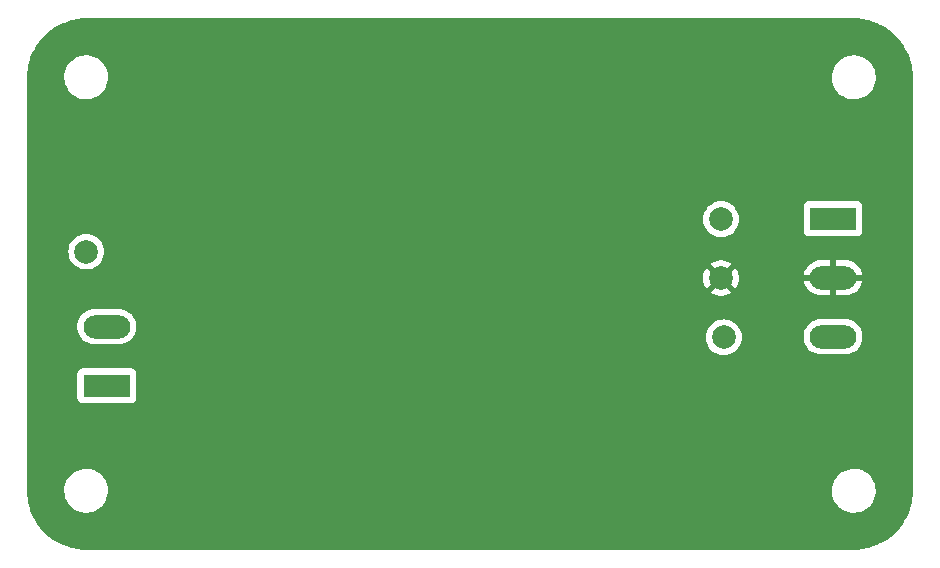
<source format=gbl>
%TF.GenerationSoftware,KiCad,Pcbnew,7.0.7*%
%TF.CreationDate,2023-08-30T15:56:39-04:00*%
%TF.ProjectId,RailSplitter,5261696c-5370-46c6-9974-7465722e6b69,rev?*%
%TF.SameCoordinates,Original*%
%TF.FileFunction,Copper,L2,Bot*%
%TF.FilePolarity,Positive*%
%FSLAX46Y46*%
G04 Gerber Fmt 4.6, Leading zero omitted, Abs format (unit mm)*
G04 Created by KiCad (PCBNEW 7.0.7) date 2023-08-30 15:56:39*
%MOMM*%
%LPD*%
G01*
G04 APERTURE LIST*
%TA.AperFunction,ComponentPad*%
%ADD10C,2.000000*%
%TD*%
%TA.AperFunction,ComponentPad*%
%ADD11R,3.960000X1.980000*%
%TD*%
%TA.AperFunction,ComponentPad*%
%ADD12O,3.960000X1.980000*%
%TD*%
%TA.AperFunction,ViaPad*%
%ADD13C,0.800000*%
%TD*%
G04 APERTURE END LIST*
D10*
%TO.P,TP4,1,1*%
%TO.N,VEE*%
X154000000Y-122000000D03*
%TD*%
D11*
%TO.P,J1,1,Pin_1*%
%TO.N,VEE*%
X101750000Y-126100000D03*
D12*
%TO.P,J1,2,Pin_2*%
%TO.N,/PWRIN*%
X101750000Y-121100000D03*
%TD*%
D10*
%TO.P,TP2,1,1*%
%TO.N,VCC*%
X153750000Y-112000000D03*
%TD*%
D11*
%TO.P,J2,1,Pin_1*%
%TO.N,VCC*%
X163240000Y-111955000D03*
D12*
%TO.P,J2,2,Pin_2*%
%TO.N,GND*%
X163240000Y-116955000D03*
%TO.P,J2,3,Pin_3*%
%TO.N,VEE*%
X163240000Y-121955000D03*
%TD*%
D10*
%TO.P,TP3,1,1*%
%TO.N,GND*%
X153750000Y-117000000D03*
%TD*%
%TO.P,TP1,1,1*%
%TO.N,/PWRIN*%
X100000000Y-114750000D03*
%TD*%
D13*
%TO.N,GND*%
X130250000Y-103250000D03*
X130500000Y-139250000D03*
X100000000Y-139250000D03*
X128500000Y-121000000D03*
X157750000Y-107000000D03*
X149750000Y-128250000D03*
X127000000Y-106750000D03*
X161250000Y-130750000D03*
X140000000Y-97250000D03*
X165500000Y-139500000D03*
X148500000Y-117000000D03*
X104000000Y-112750000D03*
X125500000Y-112750000D03*
X128750000Y-131250000D03*
X121500000Y-139250000D03*
X96000000Y-114000000D03*
X123250000Y-97250000D03*
X107000000Y-139250000D03*
X163500000Y-96000000D03*
X169250000Y-101500000D03*
X131500000Y-117000000D03*
X137500000Y-103000000D03*
X113000000Y-110750000D03*
X149500000Y-113500000D03*
X141250000Y-139250000D03*
X154750000Y-125750000D03*
X123000000Y-125250000D03*
X153250000Y-139500000D03*
X134750000Y-131750000D03*
X123250000Y-103000000D03*
X169250000Y-106750000D03*
X168500000Y-97500000D03*
X146000000Y-137750000D03*
X96000000Y-103250000D03*
X115000000Y-102750000D03*
X169250000Y-123750000D03*
X99000000Y-96000000D03*
X111500000Y-125500000D03*
X149500000Y-120750000D03*
X140500000Y-131750000D03*
X131500000Y-97250000D03*
X95750000Y-134000000D03*
X117250000Y-110750000D03*
X117250000Y-130250000D03*
X145250000Y-101750000D03*
X146000000Y-133250000D03*
X128750000Y-109000000D03*
X96000000Y-126500000D03*
X118250000Y-118750000D03*
X104000000Y-116750000D03*
X128750000Y-115250000D03*
X150000000Y-107250000D03*
X107500000Y-97250000D03*
X96000000Y-118750000D03*
X106750000Y-132250000D03*
X148500000Y-97250000D03*
X124500000Y-110500000D03*
X107500000Y-102750000D03*
X111500000Y-118750000D03*
X107500000Y-116750000D03*
X121750000Y-110500000D03*
X159000000Y-119500000D03*
X115000000Y-97250000D03*
X96000000Y-99000000D03*
X169250000Y-115000000D03*
X169250000Y-134500000D03*
X122250000Y-115250000D03*
X161250000Y-104000000D03*
X158750000Y-114500000D03*
X109000000Y-110750000D03*
X139250000Y-117000000D03*
%TD*%
%TA.AperFunction,Conductor*%
%TO.N,GND*%
G36*
X165217318Y-95009488D02*
G01*
X165415934Y-95018160D01*
X165420865Y-95018574D01*
X165636792Y-95045489D01*
X165832940Y-95071313D01*
X165837265Y-95071883D01*
X165841894Y-95072671D01*
X166054183Y-95117183D01*
X166252534Y-95161157D01*
X166256778Y-95162257D01*
X166464544Y-95224112D01*
X166658658Y-95285317D01*
X166662530Y-95286680D01*
X166864457Y-95365472D01*
X167052817Y-95443494D01*
X167056252Y-95445045D01*
X167131343Y-95481755D01*
X167250992Y-95540249D01*
X167388629Y-95611897D01*
X167432009Y-95634479D01*
X167435107Y-95636207D01*
X167621382Y-95747202D01*
X167793662Y-95856957D01*
X167796377Y-95858789D01*
X167972918Y-95984837D01*
X168135098Y-96109282D01*
X168137426Y-96111159D01*
X168303055Y-96251439D01*
X168454895Y-96390574D01*
X168609424Y-96545103D01*
X168748555Y-96696938D01*
X168763008Y-96714003D01*
X168888839Y-96862572D01*
X168890716Y-96864900D01*
X169015162Y-97027081D01*
X169141209Y-97203621D01*
X169143040Y-97206335D01*
X169252797Y-97378617D01*
X169363791Y-97564891D01*
X169365525Y-97568000D01*
X169459750Y-97749007D01*
X169525992Y-97884503D01*
X169554953Y-97943744D01*
X169556524Y-97947229D01*
X169634536Y-98135566D01*
X169713309Y-98337445D01*
X169714681Y-98341340D01*
X169775899Y-98535496D01*
X169837735Y-98743200D01*
X169838843Y-98747472D01*
X169882818Y-98945826D01*
X169927326Y-99158101D01*
X169928115Y-99162733D01*
X169954524Y-99363319D01*
X169981422Y-99579114D01*
X169981839Y-99584080D01*
X169990513Y-99782728D01*
X169999500Y-100000000D01*
X169999500Y-135000000D01*
X169990513Y-135217271D01*
X169981839Y-135415918D01*
X169981422Y-135420884D01*
X169954524Y-135636680D01*
X169928115Y-135837265D01*
X169927326Y-135841897D01*
X169882818Y-136054173D01*
X169838843Y-136252526D01*
X169837735Y-136256798D01*
X169775899Y-136464503D01*
X169714681Y-136658658D01*
X169713309Y-136662552D01*
X169634536Y-136864433D01*
X169556524Y-137052769D01*
X169554944Y-137056274D01*
X169459750Y-137250992D01*
X169365525Y-137431998D01*
X169363791Y-137435107D01*
X169252797Y-137621382D01*
X169143040Y-137793663D01*
X169141209Y-137796377D01*
X169015162Y-137972918D01*
X168890716Y-138135099D01*
X168888839Y-138137426D01*
X168748557Y-138303059D01*
X168609426Y-138454895D01*
X168454895Y-138609426D01*
X168303059Y-138748557D01*
X168137426Y-138888839D01*
X168135099Y-138890716D01*
X167972918Y-139015162D01*
X167796377Y-139141209D01*
X167793663Y-139143040D01*
X167621382Y-139252797D01*
X167435107Y-139363791D01*
X167431998Y-139365525D01*
X167250992Y-139459750D01*
X167056274Y-139554944D01*
X167052769Y-139556524D01*
X166864433Y-139634536D01*
X166662552Y-139713309D01*
X166658658Y-139714681D01*
X166464503Y-139775899D01*
X166256798Y-139837735D01*
X166252526Y-139838843D01*
X166054173Y-139882818D01*
X165841897Y-139927326D01*
X165837265Y-139928115D01*
X165636680Y-139954524D01*
X165420884Y-139981422D01*
X165415918Y-139981839D01*
X165217271Y-139990513D01*
X165000000Y-139999500D01*
X100000000Y-139999500D01*
X99782728Y-139990513D01*
X99584080Y-139981839D01*
X99579114Y-139981422D01*
X99363319Y-139954524D01*
X99162733Y-139928115D01*
X99158101Y-139927326D01*
X98945826Y-139882818D01*
X98747472Y-139838843D01*
X98743200Y-139837735D01*
X98535496Y-139775899D01*
X98341340Y-139714681D01*
X98337445Y-139713309D01*
X98135566Y-139634536D01*
X97947229Y-139556524D01*
X97943744Y-139554953D01*
X97884503Y-139525992D01*
X97749007Y-139459750D01*
X97568000Y-139365525D01*
X97564891Y-139363791D01*
X97378617Y-139252797D01*
X97206335Y-139143040D01*
X97203621Y-139141209D01*
X97027081Y-139015162D01*
X96864900Y-138890716D01*
X96862572Y-138888839D01*
X96696940Y-138748557D01*
X96545103Y-138609424D01*
X96390574Y-138454895D01*
X96251439Y-138303055D01*
X96111159Y-138137426D01*
X96109282Y-138135098D01*
X95984837Y-137972918D01*
X95858789Y-137796377D01*
X95856957Y-137793662D01*
X95747202Y-137621382D01*
X95636207Y-137435107D01*
X95634473Y-137431998D01*
X95540249Y-137250992D01*
X95481755Y-137131343D01*
X95445045Y-137056252D01*
X95443494Y-137052817D01*
X95365463Y-136864433D01*
X95286680Y-136662530D01*
X95285317Y-136658658D01*
X95224100Y-136464503D01*
X95213246Y-136428044D01*
X95162257Y-136256778D01*
X95161155Y-136252526D01*
X95146602Y-136186883D01*
X95117175Y-136054145D01*
X95111495Y-136027057D01*
X95072671Y-135841894D01*
X95071883Y-135837265D01*
X95057194Y-135725690D01*
X95045489Y-135636791D01*
X95018574Y-135420865D01*
X95018160Y-135415934D01*
X95009486Y-135217271D01*
X95003303Y-135067763D01*
X98145787Y-135067763D01*
X98175413Y-135337013D01*
X98175415Y-135337024D01*
X98243926Y-135599082D01*
X98243928Y-135599088D01*
X98349870Y-135848390D01*
X98421998Y-135966575D01*
X98490979Y-136079605D01*
X98490986Y-136079615D01*
X98664253Y-136287819D01*
X98664259Y-136287824D01*
X98865998Y-136468582D01*
X99091910Y-136618044D01*
X99337176Y-136733020D01*
X99337183Y-136733022D01*
X99337185Y-136733023D01*
X99596557Y-136811057D01*
X99596564Y-136811058D01*
X99596569Y-136811060D01*
X99864561Y-136850500D01*
X99864566Y-136850500D01*
X100067636Y-136850500D01*
X100119133Y-136846730D01*
X100270156Y-136835677D01*
X100382758Y-136810593D01*
X100534546Y-136776782D01*
X100534548Y-136776781D01*
X100534553Y-136776780D01*
X100787558Y-136680014D01*
X101023777Y-136547441D01*
X101238177Y-136381888D01*
X101426186Y-136186881D01*
X101583799Y-135966579D01*
X101657787Y-135822669D01*
X101707649Y-135725690D01*
X101707651Y-135725684D01*
X101707656Y-135725675D01*
X101795118Y-135469305D01*
X101844319Y-135202933D01*
X101849259Y-135067763D01*
X163145787Y-135067763D01*
X163175413Y-135337013D01*
X163175415Y-135337024D01*
X163243926Y-135599082D01*
X163243928Y-135599088D01*
X163349870Y-135848390D01*
X163421998Y-135966575D01*
X163490979Y-136079605D01*
X163490986Y-136079615D01*
X163664253Y-136287819D01*
X163664259Y-136287824D01*
X163865998Y-136468582D01*
X164091910Y-136618044D01*
X164337176Y-136733020D01*
X164337183Y-136733022D01*
X164337185Y-136733023D01*
X164596557Y-136811057D01*
X164596564Y-136811058D01*
X164596569Y-136811060D01*
X164864561Y-136850500D01*
X164864566Y-136850500D01*
X165067636Y-136850500D01*
X165119133Y-136846730D01*
X165270156Y-136835677D01*
X165382758Y-136810593D01*
X165534546Y-136776782D01*
X165534548Y-136776781D01*
X165534553Y-136776780D01*
X165787558Y-136680014D01*
X166023777Y-136547441D01*
X166238177Y-136381888D01*
X166426186Y-136186881D01*
X166583799Y-135966579D01*
X166657787Y-135822669D01*
X166707649Y-135725690D01*
X166707651Y-135725684D01*
X166707656Y-135725675D01*
X166795118Y-135469305D01*
X166844319Y-135202933D01*
X166854212Y-134932235D01*
X166824586Y-134662982D01*
X166756072Y-134400912D01*
X166650130Y-134151610D01*
X166509018Y-133920390D01*
X166419747Y-133813119D01*
X166335746Y-133712180D01*
X166335740Y-133712175D01*
X166134002Y-133531418D01*
X165908092Y-133381957D01*
X165908090Y-133381956D01*
X165662824Y-133266980D01*
X165662819Y-133266978D01*
X165662814Y-133266976D01*
X165403442Y-133188942D01*
X165403428Y-133188939D01*
X165287791Y-133171921D01*
X165135439Y-133149500D01*
X164932369Y-133149500D01*
X164932364Y-133149500D01*
X164729844Y-133164323D01*
X164729831Y-133164325D01*
X164465453Y-133223217D01*
X164465446Y-133223220D01*
X164212439Y-133319987D01*
X163976226Y-133452557D01*
X163761822Y-133618112D01*
X163573822Y-133813109D01*
X163573816Y-133813116D01*
X163416202Y-134033419D01*
X163416199Y-134033424D01*
X163292350Y-134274309D01*
X163292343Y-134274327D01*
X163204884Y-134530685D01*
X163204881Y-134530699D01*
X163155681Y-134797068D01*
X163155680Y-134797075D01*
X163145787Y-135067763D01*
X101849259Y-135067763D01*
X101854212Y-134932235D01*
X101824586Y-134662982D01*
X101756072Y-134400912D01*
X101650130Y-134151610D01*
X101509018Y-133920390D01*
X101419747Y-133813119D01*
X101335746Y-133712180D01*
X101335740Y-133712175D01*
X101134002Y-133531418D01*
X100908092Y-133381957D01*
X100908090Y-133381956D01*
X100662824Y-133266980D01*
X100662819Y-133266978D01*
X100662814Y-133266976D01*
X100403442Y-133188942D01*
X100403428Y-133188939D01*
X100287791Y-133171921D01*
X100135439Y-133149500D01*
X99932369Y-133149500D01*
X99932364Y-133149500D01*
X99729844Y-133164323D01*
X99729831Y-133164325D01*
X99465453Y-133223217D01*
X99465446Y-133223220D01*
X99212439Y-133319987D01*
X98976226Y-133452557D01*
X98761822Y-133618112D01*
X98573822Y-133813109D01*
X98573816Y-133813116D01*
X98416202Y-134033419D01*
X98416199Y-134033424D01*
X98292350Y-134274309D01*
X98292343Y-134274327D01*
X98204884Y-134530685D01*
X98204881Y-134530699D01*
X98155681Y-134797068D01*
X98155680Y-134797075D01*
X98145787Y-135067763D01*
X95003303Y-135067763D01*
X95000500Y-135000000D01*
X95000500Y-134999500D01*
X95000500Y-127138654D01*
X99261500Y-127138654D01*
X99268011Y-127199202D01*
X99268011Y-127199204D01*
X99319110Y-127336204D01*
X99319111Y-127336204D01*
X99406739Y-127453261D01*
X99523796Y-127540889D01*
X99660799Y-127591989D01*
X99688050Y-127594918D01*
X99721345Y-127598499D01*
X99721362Y-127598500D01*
X103778638Y-127598500D01*
X103778654Y-127598499D01*
X103805692Y-127595591D01*
X103839201Y-127591989D01*
X103976204Y-127540889D01*
X104093261Y-127453261D01*
X104180889Y-127336204D01*
X104231989Y-127199201D01*
X104235591Y-127165692D01*
X104238499Y-127138654D01*
X104238498Y-127138647D01*
X104238500Y-127138638D01*
X104238500Y-125061362D01*
X104238498Y-125061352D01*
X104238499Y-125061345D01*
X104235157Y-125030270D01*
X104231989Y-125000799D01*
X104180889Y-124863796D01*
X104093261Y-124746739D01*
X103976204Y-124659111D01*
X103976203Y-124659110D01*
X103839203Y-124608011D01*
X103778654Y-124601500D01*
X103778638Y-124601500D01*
X99721362Y-124601500D01*
X99721345Y-124601500D01*
X99660797Y-124608011D01*
X99660795Y-124608011D01*
X99523795Y-124659111D01*
X99406739Y-124746739D01*
X99319111Y-124863795D01*
X99268011Y-125000795D01*
X99268011Y-125000797D01*
X99261500Y-125061345D01*
X99261500Y-127138654D01*
X95000500Y-127138654D01*
X95000500Y-121224167D01*
X99261500Y-121224167D01*
X99302375Y-121469124D01*
X99383008Y-121704000D01*
X99383010Y-121704005D01*
X99501205Y-121922410D01*
X99501209Y-121922415D01*
X99653733Y-122118378D01*
X99653735Y-122118380D01*
X99653739Y-122118385D01*
X99836448Y-122286580D01*
X100044348Y-122422408D01*
X100271770Y-122522165D01*
X100512510Y-122583128D01*
X100698019Y-122598500D01*
X100698021Y-122598500D01*
X102801979Y-122598500D01*
X102801981Y-122598500D01*
X102987490Y-122583128D01*
X103228230Y-122522165D01*
X103455652Y-122422408D01*
X103663552Y-122286580D01*
X103846261Y-122118385D01*
X103938405Y-121999999D01*
X152486835Y-121999999D01*
X152505465Y-122236714D01*
X152560895Y-122467595D01*
X152560895Y-122467597D01*
X152651757Y-122686959D01*
X152651759Y-122686962D01*
X152775820Y-122889410D01*
X152775821Y-122889413D01*
X152775824Y-122889416D01*
X152930031Y-123069969D01*
X153013877Y-123141580D01*
X153110586Y-123224178D01*
X153110589Y-123224179D01*
X153313037Y-123348240D01*
X153313040Y-123348242D01*
X153532403Y-123439104D01*
X153532404Y-123439104D01*
X153532406Y-123439105D01*
X153763289Y-123494535D01*
X154000000Y-123513165D01*
X154236711Y-123494535D01*
X154467594Y-123439105D01*
X154467596Y-123439104D01*
X154467597Y-123439104D01*
X154686959Y-123348242D01*
X154686960Y-123348241D01*
X154686963Y-123348240D01*
X154889416Y-123224176D01*
X155069969Y-123069969D01*
X155224176Y-122889416D01*
X155348240Y-122686963D01*
X155384883Y-122598500D01*
X155439104Y-122467597D01*
X155439104Y-122467596D01*
X155439105Y-122467594D01*
X155494535Y-122236711D01*
X155506934Y-122079167D01*
X160751500Y-122079167D01*
X160792375Y-122324124D01*
X160873008Y-122559000D01*
X160873010Y-122559005D01*
X160991205Y-122777410D01*
X160991209Y-122777415D01*
X161143733Y-122973378D01*
X161143735Y-122973380D01*
X161143739Y-122973385D01*
X161326448Y-123141580D01*
X161534348Y-123277408D01*
X161761770Y-123377165D01*
X162002510Y-123438128D01*
X162188019Y-123453500D01*
X162188021Y-123453500D01*
X164291979Y-123453500D01*
X164291981Y-123453500D01*
X164477490Y-123438128D01*
X164718230Y-123377165D01*
X164945652Y-123277408D01*
X165153552Y-123141580D01*
X165336261Y-122973385D01*
X165488794Y-122777411D01*
X165606990Y-122559004D01*
X165687625Y-122324121D01*
X165728500Y-122079169D01*
X165728500Y-121830831D01*
X165687625Y-121585879D01*
X165669266Y-121532402D01*
X165606991Y-121350999D01*
X165606989Y-121350994D01*
X165488794Y-121132589D01*
X165488790Y-121132584D01*
X165336266Y-120936621D01*
X165336263Y-120936618D01*
X165336261Y-120936615D01*
X165153552Y-120768420D01*
X164945652Y-120632592D01*
X164945649Y-120632590D01*
X164945648Y-120632590D01*
X164718230Y-120532835D01*
X164477486Y-120471871D01*
X164328829Y-120459553D01*
X164291981Y-120456500D01*
X162188019Y-120456500D01*
X162154499Y-120459277D01*
X162002513Y-120471871D01*
X161761769Y-120532835D01*
X161534351Y-120632590D01*
X161326448Y-120768420D01*
X161143736Y-120936618D01*
X161143733Y-120936621D01*
X160991209Y-121132584D01*
X160991205Y-121132589D01*
X160873010Y-121350994D01*
X160873008Y-121350999D01*
X160792375Y-121585875D01*
X160751500Y-121830832D01*
X160751500Y-122079167D01*
X155506934Y-122079167D01*
X155513165Y-122000000D01*
X155494535Y-121763289D01*
X155439105Y-121532406D01*
X155439104Y-121532403D01*
X155439104Y-121532402D01*
X155348242Y-121313040D01*
X155348240Y-121313037D01*
X155224179Y-121110589D01*
X155224178Y-121110586D01*
X155189340Y-121069797D01*
X155069969Y-120930031D01*
X154950596Y-120828076D01*
X154889413Y-120775821D01*
X154889410Y-120775820D01*
X154686962Y-120651759D01*
X154686959Y-120651757D01*
X154467596Y-120560895D01*
X154236714Y-120505465D01*
X154000000Y-120486835D01*
X153763285Y-120505465D01*
X153532404Y-120560895D01*
X153532402Y-120560895D01*
X153313040Y-120651757D01*
X153313037Y-120651759D01*
X153110589Y-120775820D01*
X153110586Y-120775821D01*
X152930031Y-120930031D01*
X152775821Y-121110586D01*
X152775820Y-121110589D01*
X152651759Y-121313037D01*
X152651757Y-121313040D01*
X152560895Y-121532402D01*
X152560895Y-121532404D01*
X152505465Y-121763285D01*
X152486835Y-121999999D01*
X103938405Y-121999999D01*
X103998794Y-121922411D01*
X104116990Y-121704004D01*
X104197625Y-121469121D01*
X104238500Y-121224169D01*
X104238500Y-120975831D01*
X104197625Y-120730879D01*
X104116990Y-120495996D01*
X103998794Y-120277589D01*
X103846261Y-120081615D01*
X103663552Y-119913420D01*
X103455652Y-119777592D01*
X103455649Y-119777590D01*
X103455648Y-119777590D01*
X103228230Y-119677835D01*
X102987486Y-119616871D01*
X102838829Y-119604553D01*
X102801981Y-119601500D01*
X100698019Y-119601500D01*
X100664499Y-119604277D01*
X100512513Y-119616871D01*
X100271769Y-119677835D01*
X100044351Y-119777590D01*
X99836448Y-119913420D01*
X99653736Y-120081618D01*
X99653733Y-120081621D01*
X99501209Y-120277584D01*
X99501205Y-120277589D01*
X99383010Y-120495994D01*
X99383008Y-120495999D01*
X99302375Y-120730875D01*
X99261500Y-120975832D01*
X99261500Y-121224167D01*
X95000500Y-121224167D01*
X95000500Y-117000005D01*
X152244859Y-117000005D01*
X152265385Y-117247729D01*
X152265387Y-117247738D01*
X152326412Y-117488717D01*
X152426266Y-117716364D01*
X152526564Y-117869882D01*
X153141050Y-117255395D01*
X153202373Y-117221910D01*
X153272064Y-117226894D01*
X153327998Y-117268765D01*
X153333039Y-117276025D01*
X153333048Y-117276039D01*
X153368239Y-117330798D01*
X153483602Y-117430759D01*
X153481293Y-117433422D01*
X153516006Y-117473499D01*
X153525935Y-117542660D01*
X153496898Y-117606210D01*
X153490882Y-117612669D01*
X152879942Y-118223609D01*
X152926768Y-118260055D01*
X152926770Y-118260056D01*
X153145385Y-118378364D01*
X153145396Y-118378369D01*
X153380506Y-118459083D01*
X153625707Y-118500000D01*
X153874293Y-118500000D01*
X154119493Y-118459083D01*
X154354603Y-118378369D01*
X154354614Y-118378364D01*
X154573228Y-118260057D01*
X154573231Y-118260055D01*
X154620056Y-118223609D01*
X154009116Y-117612669D01*
X153975631Y-117551346D01*
X153980615Y-117481654D01*
X154017641Y-117432193D01*
X154016398Y-117430759D01*
X154023100Y-117424952D01*
X154131761Y-117330798D01*
X154166954Y-117276037D01*
X154219755Y-117230283D01*
X154288914Y-117220339D01*
X154352470Y-117249363D01*
X154358949Y-117255396D01*
X154973434Y-117869882D01*
X155073731Y-117716369D01*
X155173587Y-117488717D01*
X155234612Y-117247738D01*
X155234614Y-117247729D01*
X155255141Y-117000005D01*
X155255141Y-116999994D01*
X155234614Y-116752270D01*
X155234612Y-116752261D01*
X155222643Y-116704999D01*
X160781114Y-116704999D01*
X160781116Y-116705000D01*
X162463593Y-116705000D01*
X162530632Y-116724685D01*
X162576387Y-116777489D01*
X162586331Y-116846647D01*
X162583989Y-116858677D01*
X162580000Y-116874859D01*
X162580000Y-117035140D01*
X162583989Y-117051323D01*
X162580921Y-117121125D01*
X162540603Y-117178188D01*
X162475834Y-117204394D01*
X162463593Y-117205000D01*
X160781115Y-117205000D01*
X160800643Y-117322029D01*
X160880818Y-117555570D01*
X160880821Y-117555578D01*
X160998348Y-117772748D01*
X160998352Y-117772754D01*
X161150008Y-117967601D01*
X161150011Y-117967605D01*
X161331688Y-118134851D01*
X161538408Y-118269907D01*
X161764539Y-118369098D01*
X162003909Y-118429715D01*
X162188369Y-118445000D01*
X162990000Y-118445000D01*
X162990000Y-117729458D01*
X163009685Y-117662419D01*
X163062489Y-117616664D01*
X163128944Y-117606362D01*
X163192297Y-117614054D01*
X163200080Y-117615000D01*
X163200081Y-117615000D01*
X163279920Y-117615000D01*
X163287702Y-117614054D01*
X163351055Y-117606362D01*
X163419975Y-117617822D01*
X163471762Y-117664725D01*
X163490000Y-117729458D01*
X163490000Y-118445000D01*
X164291631Y-118445000D01*
X164476090Y-118429715D01*
X164715460Y-118369098D01*
X164941591Y-118269907D01*
X165148311Y-118134851D01*
X165329988Y-117967605D01*
X165329991Y-117967601D01*
X165481647Y-117772754D01*
X165481651Y-117772748D01*
X165599178Y-117555578D01*
X165599181Y-117555570D01*
X165679356Y-117322029D01*
X165698885Y-117205000D01*
X164016407Y-117205000D01*
X163949368Y-117185315D01*
X163903613Y-117132511D01*
X163893669Y-117063353D01*
X163896011Y-117051323D01*
X163897349Y-117045891D01*
X163900000Y-117035138D01*
X163900000Y-116874862D01*
X163896010Y-116858677D01*
X163899079Y-116788875D01*
X163939397Y-116731812D01*
X164004166Y-116705606D01*
X164016407Y-116705000D01*
X165698884Y-116705000D01*
X165698885Y-116704999D01*
X165679356Y-116587970D01*
X165599181Y-116354429D01*
X165599178Y-116354421D01*
X165481651Y-116137251D01*
X165481647Y-116137245D01*
X165329991Y-115942398D01*
X165329988Y-115942394D01*
X165148311Y-115775148D01*
X164941591Y-115640092D01*
X164715460Y-115540901D01*
X164476090Y-115480284D01*
X164291631Y-115465000D01*
X163490000Y-115465000D01*
X163490000Y-116180541D01*
X163470315Y-116247580D01*
X163417511Y-116293335D01*
X163351053Y-116303637D01*
X163279922Y-116295000D01*
X163279919Y-116295000D01*
X163200081Y-116295000D01*
X163200078Y-116295000D01*
X163128947Y-116303637D01*
X163060023Y-116292177D01*
X163008237Y-116245273D01*
X162990000Y-116180541D01*
X162990000Y-115465000D01*
X162188369Y-115465000D01*
X162003909Y-115480284D01*
X161764539Y-115540901D01*
X161538408Y-115640092D01*
X161331688Y-115775148D01*
X161150011Y-115942394D01*
X161150008Y-115942398D01*
X160998352Y-116137245D01*
X160998348Y-116137251D01*
X160880821Y-116354421D01*
X160880818Y-116354429D01*
X160800643Y-116587970D01*
X160781114Y-116704999D01*
X155222643Y-116704999D01*
X155173587Y-116511282D01*
X155073731Y-116283630D01*
X154973434Y-116130116D01*
X154358949Y-116744602D01*
X154297626Y-116778087D01*
X154227934Y-116773103D01*
X154172001Y-116731231D01*
X154166953Y-116723961D01*
X154131761Y-116669202D01*
X154038013Y-116587970D01*
X154023100Y-116575048D01*
X154023099Y-116575047D01*
X154016398Y-116569241D01*
X154018698Y-116566585D01*
X153983960Y-116526428D01*
X153974074Y-116457261D01*
X154003152Y-116393729D01*
X154009116Y-116387329D01*
X154620056Y-115776389D01*
X154573229Y-115739943D01*
X154354614Y-115621635D01*
X154354603Y-115621630D01*
X154119493Y-115540916D01*
X153874293Y-115500000D01*
X153625707Y-115500000D01*
X153380506Y-115540916D01*
X153145396Y-115621630D01*
X153145390Y-115621632D01*
X152926761Y-115739949D01*
X152879942Y-115776388D01*
X152879942Y-115776390D01*
X153490883Y-116387330D01*
X153524368Y-116448653D01*
X153519384Y-116518344D01*
X153482358Y-116567805D01*
X153483602Y-116569241D01*
X153368238Y-116669202D01*
X153333046Y-116723962D01*
X153280242Y-116769717D01*
X153211083Y-116779660D01*
X153147528Y-116750634D01*
X153141050Y-116744603D01*
X152526564Y-116130116D01*
X152426267Y-116283632D01*
X152326412Y-116511282D01*
X152265387Y-116752261D01*
X152265385Y-116752270D01*
X152244859Y-116999994D01*
X152244859Y-117000005D01*
X95000500Y-117000005D01*
X95000500Y-114750000D01*
X98486835Y-114750000D01*
X98505465Y-114986714D01*
X98560895Y-115217595D01*
X98560895Y-115217597D01*
X98651757Y-115436959D01*
X98651759Y-115436962D01*
X98775820Y-115639410D01*
X98775821Y-115639413D01*
X98775824Y-115639416D01*
X98930031Y-115819969D01*
X99069797Y-115939340D01*
X99110586Y-115974178D01*
X99110589Y-115974179D01*
X99313037Y-116098240D01*
X99313040Y-116098242D01*
X99532403Y-116189104D01*
X99532404Y-116189104D01*
X99532406Y-116189105D01*
X99763289Y-116244535D01*
X100000000Y-116263165D01*
X100236711Y-116244535D01*
X100467594Y-116189105D01*
X100467596Y-116189104D01*
X100467597Y-116189104D01*
X100686959Y-116098242D01*
X100686960Y-116098241D01*
X100686963Y-116098240D01*
X100889416Y-115974176D01*
X101069969Y-115819969D01*
X101224176Y-115639416D01*
X101348240Y-115436963D01*
X101439105Y-115217594D01*
X101494535Y-114986711D01*
X101513165Y-114750000D01*
X101494535Y-114513289D01*
X101439105Y-114282406D01*
X101439104Y-114282403D01*
X101439104Y-114282402D01*
X101348242Y-114063040D01*
X101348240Y-114063037D01*
X101224179Y-113860589D01*
X101224178Y-113860586D01*
X101189340Y-113819797D01*
X101069969Y-113680031D01*
X100950596Y-113578076D01*
X100889413Y-113525821D01*
X100889410Y-113525820D01*
X100686962Y-113401759D01*
X100686959Y-113401757D01*
X100467596Y-113310895D01*
X100236714Y-113255465D01*
X100000000Y-113236835D01*
X99763285Y-113255465D01*
X99532404Y-113310895D01*
X99532402Y-113310895D01*
X99313040Y-113401757D01*
X99313037Y-113401759D01*
X99110589Y-113525820D01*
X99110586Y-113525821D01*
X98930031Y-113680031D01*
X98775821Y-113860586D01*
X98775820Y-113860589D01*
X98651759Y-114063037D01*
X98651757Y-114063040D01*
X98560895Y-114282402D01*
X98560895Y-114282404D01*
X98505465Y-114513285D01*
X98486835Y-114750000D01*
X95000500Y-114750000D01*
X95000500Y-111999999D01*
X152236835Y-111999999D01*
X152255465Y-112236714D01*
X152310895Y-112467595D01*
X152310895Y-112467597D01*
X152401757Y-112686959D01*
X152401759Y-112686962D01*
X152525820Y-112889410D01*
X152525821Y-112889413D01*
X152525824Y-112889416D01*
X152680031Y-113069969D01*
X152819797Y-113189340D01*
X152860586Y-113224178D01*
X152860589Y-113224179D01*
X153063037Y-113348240D01*
X153063040Y-113348242D01*
X153282403Y-113439104D01*
X153282404Y-113439104D01*
X153282406Y-113439105D01*
X153513289Y-113494535D01*
X153750000Y-113513165D01*
X153986711Y-113494535D01*
X154217594Y-113439105D01*
X154217596Y-113439104D01*
X154217597Y-113439104D01*
X154436959Y-113348242D01*
X154436960Y-113348241D01*
X154436963Y-113348240D01*
X154639416Y-113224176D01*
X154819969Y-113069969D01*
X154885148Y-112993654D01*
X160751500Y-112993654D01*
X160758011Y-113054202D01*
X160758011Y-113054204D01*
X160809110Y-113191204D01*
X160809111Y-113191204D01*
X160896739Y-113308261D01*
X161013796Y-113395889D01*
X161150799Y-113446989D01*
X161178050Y-113449918D01*
X161211345Y-113453499D01*
X161211362Y-113453500D01*
X165268638Y-113453500D01*
X165268654Y-113453499D01*
X165295692Y-113450591D01*
X165329201Y-113446989D01*
X165466204Y-113395889D01*
X165583261Y-113308261D01*
X165670889Y-113191204D01*
X165721989Y-113054201D01*
X165725591Y-113020692D01*
X165728499Y-112993654D01*
X165728500Y-112993637D01*
X165728500Y-110916362D01*
X165728499Y-110916345D01*
X165725157Y-110885270D01*
X165721989Y-110855799D01*
X165670889Y-110718796D01*
X165583261Y-110601739D01*
X165466204Y-110514111D01*
X165466204Y-110514110D01*
X165329203Y-110463011D01*
X165268654Y-110456500D01*
X165268638Y-110456500D01*
X161211362Y-110456500D01*
X161211345Y-110456500D01*
X161150797Y-110463011D01*
X161150795Y-110463011D01*
X161013795Y-110514111D01*
X160896739Y-110601739D01*
X160809111Y-110718795D01*
X160758011Y-110855795D01*
X160758011Y-110855797D01*
X160751500Y-110916345D01*
X160751500Y-112993654D01*
X154885148Y-112993654D01*
X154974176Y-112889416D01*
X155098240Y-112686963D01*
X155189105Y-112467594D01*
X155244535Y-112236711D01*
X155263165Y-112000000D01*
X155244535Y-111763289D01*
X155189105Y-111532406D01*
X155189104Y-111532403D01*
X155189104Y-111532402D01*
X155098242Y-111313040D01*
X155098240Y-111313037D01*
X154974179Y-111110589D01*
X154974178Y-111110586D01*
X154939340Y-111069797D01*
X154819969Y-110930031D01*
X154700596Y-110828076D01*
X154639413Y-110775821D01*
X154639410Y-110775820D01*
X154436962Y-110651759D01*
X154436959Y-110651757D01*
X154217596Y-110560895D01*
X153986714Y-110505465D01*
X153809177Y-110491492D01*
X153750000Y-110486835D01*
X153749999Y-110486835D01*
X153513285Y-110505465D01*
X153282404Y-110560895D01*
X153282402Y-110560895D01*
X153063040Y-110651757D01*
X153063037Y-110651759D01*
X152860589Y-110775820D01*
X152860586Y-110775821D01*
X152680031Y-110930031D01*
X152525821Y-111110586D01*
X152525820Y-111110589D01*
X152401759Y-111313037D01*
X152401757Y-111313040D01*
X152310895Y-111532402D01*
X152310895Y-111532404D01*
X152255465Y-111763285D01*
X152236835Y-111999999D01*
X95000500Y-111999999D01*
X95000500Y-100067763D01*
X98145787Y-100067763D01*
X98175413Y-100337013D01*
X98175415Y-100337024D01*
X98243926Y-100599082D01*
X98243928Y-100599088D01*
X98349870Y-100848390D01*
X98421998Y-100966575D01*
X98490979Y-101079605D01*
X98490986Y-101079615D01*
X98664253Y-101287819D01*
X98664259Y-101287824D01*
X98865998Y-101468582D01*
X99091910Y-101618044D01*
X99337176Y-101733020D01*
X99337183Y-101733022D01*
X99337185Y-101733023D01*
X99596557Y-101811057D01*
X99596564Y-101811058D01*
X99596569Y-101811060D01*
X99864561Y-101850500D01*
X99864566Y-101850500D01*
X100067636Y-101850500D01*
X100119133Y-101846730D01*
X100270156Y-101835677D01*
X100382758Y-101810593D01*
X100534546Y-101776782D01*
X100534548Y-101776781D01*
X100534553Y-101776780D01*
X100787558Y-101680014D01*
X101023777Y-101547441D01*
X101238177Y-101381888D01*
X101426186Y-101186881D01*
X101583799Y-100966579D01*
X101657787Y-100822669D01*
X101707649Y-100725690D01*
X101707651Y-100725684D01*
X101707656Y-100725675D01*
X101795118Y-100469305D01*
X101844319Y-100202933D01*
X101849259Y-100067763D01*
X163145787Y-100067763D01*
X163175413Y-100337013D01*
X163175415Y-100337024D01*
X163243926Y-100599082D01*
X163243928Y-100599088D01*
X163349870Y-100848390D01*
X163421998Y-100966575D01*
X163490979Y-101079605D01*
X163490986Y-101079615D01*
X163664253Y-101287819D01*
X163664259Y-101287824D01*
X163865998Y-101468582D01*
X164091910Y-101618044D01*
X164337176Y-101733020D01*
X164337183Y-101733022D01*
X164337185Y-101733023D01*
X164596557Y-101811057D01*
X164596564Y-101811058D01*
X164596569Y-101811060D01*
X164864561Y-101850500D01*
X164864566Y-101850500D01*
X165067636Y-101850500D01*
X165119133Y-101846730D01*
X165270156Y-101835677D01*
X165382758Y-101810593D01*
X165534546Y-101776782D01*
X165534548Y-101776781D01*
X165534553Y-101776780D01*
X165787558Y-101680014D01*
X166023777Y-101547441D01*
X166238177Y-101381888D01*
X166426186Y-101186881D01*
X166583799Y-100966579D01*
X166657787Y-100822669D01*
X166707649Y-100725690D01*
X166707651Y-100725684D01*
X166707656Y-100725675D01*
X166795118Y-100469305D01*
X166844319Y-100202933D01*
X166854212Y-99932235D01*
X166824586Y-99662982D01*
X166756072Y-99400912D01*
X166650130Y-99151610D01*
X166509018Y-98920390D01*
X166419747Y-98813119D01*
X166335746Y-98712180D01*
X166335740Y-98712175D01*
X166134002Y-98531418D01*
X165908092Y-98381957D01*
X165821448Y-98341340D01*
X165662824Y-98266980D01*
X165662819Y-98266978D01*
X165662814Y-98266976D01*
X165403442Y-98188942D01*
X165403428Y-98188939D01*
X165287791Y-98171921D01*
X165135439Y-98149500D01*
X164932369Y-98149500D01*
X164932364Y-98149500D01*
X164729844Y-98164323D01*
X164729831Y-98164325D01*
X164465453Y-98223217D01*
X164465446Y-98223220D01*
X164212439Y-98319987D01*
X163976226Y-98452557D01*
X163761822Y-98618112D01*
X163573822Y-98813109D01*
X163573816Y-98813116D01*
X163416202Y-99033419D01*
X163416199Y-99033424D01*
X163292350Y-99274309D01*
X163292343Y-99274327D01*
X163204884Y-99530685D01*
X163204881Y-99530699D01*
X163195938Y-99579115D01*
X163156400Y-99793178D01*
X163155681Y-99797068D01*
X163155680Y-99797075D01*
X163145787Y-100067763D01*
X101849259Y-100067763D01*
X101854212Y-99932235D01*
X101824586Y-99662982D01*
X101756072Y-99400912D01*
X101650130Y-99151610D01*
X101509018Y-98920390D01*
X101419747Y-98813119D01*
X101335746Y-98712180D01*
X101335740Y-98712175D01*
X101134002Y-98531418D01*
X100908092Y-98381957D01*
X100821448Y-98341340D01*
X100662824Y-98266980D01*
X100662819Y-98266978D01*
X100662814Y-98266976D01*
X100403442Y-98188942D01*
X100403428Y-98188939D01*
X100287791Y-98171921D01*
X100135439Y-98149500D01*
X99932369Y-98149500D01*
X99932364Y-98149500D01*
X99729844Y-98164323D01*
X99729831Y-98164325D01*
X99465453Y-98223217D01*
X99465446Y-98223220D01*
X99212439Y-98319987D01*
X98976226Y-98452557D01*
X98761822Y-98618112D01*
X98573822Y-98813109D01*
X98573816Y-98813116D01*
X98416202Y-99033419D01*
X98416199Y-99033424D01*
X98292350Y-99274309D01*
X98292343Y-99274327D01*
X98204884Y-99530685D01*
X98204881Y-99530699D01*
X98195938Y-99579115D01*
X98156400Y-99793178D01*
X98155681Y-99797068D01*
X98155680Y-99797075D01*
X98145787Y-100067763D01*
X95000500Y-100067763D01*
X95000500Y-100000000D01*
X95009493Y-99782569D01*
X95018160Y-99584061D01*
X95018574Y-99579138D01*
X95045487Y-99363223D01*
X95071884Y-99162726D01*
X95072669Y-99158114D01*
X95117191Y-98945778D01*
X95161160Y-98747451D01*
X95162253Y-98743235D01*
X95224112Y-98535457D01*
X95285324Y-98341320D01*
X95286673Y-98337488D01*
X95365469Y-98135551D01*
X95443499Y-97947170D01*
X95445033Y-97943771D01*
X95514381Y-97801920D01*
X95540249Y-97749007D01*
X95573419Y-97685284D01*
X95634494Y-97567960D01*
X95636207Y-97564891D01*
X95747211Y-97378601D01*
X95856972Y-97206313D01*
X95858765Y-97203656D01*
X95984856Y-97027054D01*
X96109313Y-96864861D01*
X96111135Y-96862601D01*
X96251448Y-96696933D01*
X96390563Y-96545115D01*
X96545115Y-96390563D01*
X96696933Y-96251448D01*
X96862601Y-96111135D01*
X96864861Y-96109313D01*
X97027054Y-95984856D01*
X97203656Y-95858765D01*
X97206313Y-95856972D01*
X97378601Y-95747211D01*
X97564900Y-95636201D01*
X97567960Y-95634494D01*
X97685284Y-95573419D01*
X97749007Y-95540249D01*
X97823655Y-95503755D01*
X97943771Y-95445033D01*
X97947170Y-95443499D01*
X98135551Y-95365469D01*
X98337488Y-95286673D01*
X98341320Y-95285324D01*
X98535457Y-95224112D01*
X98743235Y-95162253D01*
X98747451Y-95161160D01*
X98945778Y-95117191D01*
X99158114Y-95072669D01*
X99162726Y-95071884D01*
X99363223Y-95045487D01*
X99579138Y-95018574D01*
X99584061Y-95018160D01*
X99782569Y-95009493D01*
X100000000Y-95000500D01*
X100000500Y-95000500D01*
X164999500Y-95000500D01*
X165000000Y-95000500D01*
X165217318Y-95009488D01*
G37*
%TD.AperFunction*%
%TD*%
M02*

</source>
